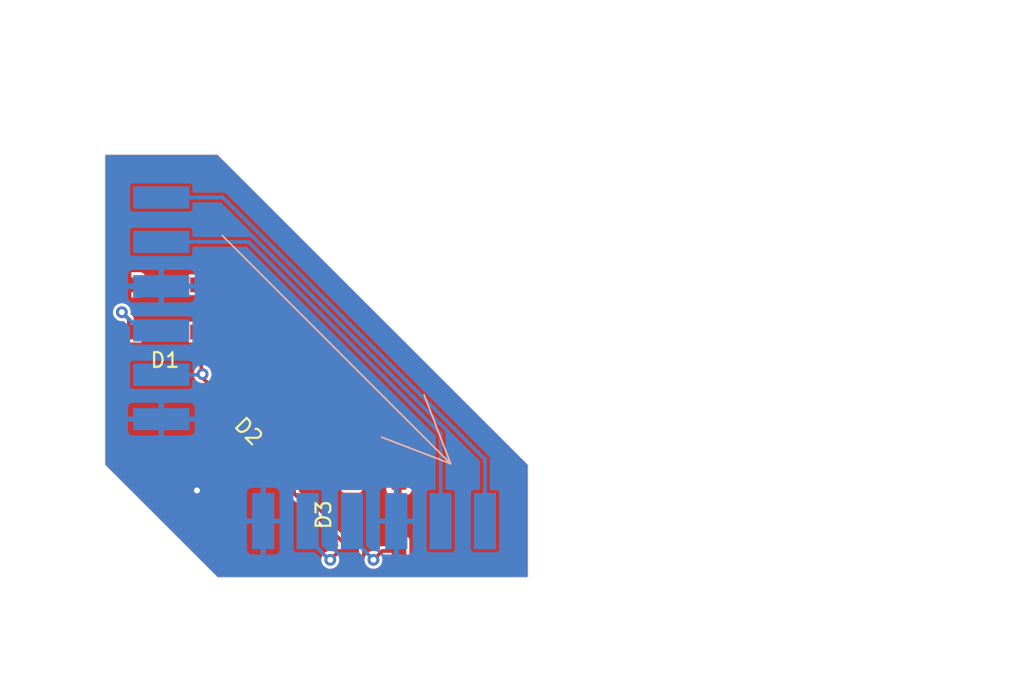
<source format=kicad_pcb>
(kicad_pcb (version 20211014) (generator pcbnew)
  (layers (0 "F.Cu" signal) (31 "B.Cu" signal) (34 "B.Paste" user) (35 "F.Paste" user) (36 "B.SilkS" user "B.Silkscreen") (37 "F.SilkS" user "F.Silkscreen") (38 "B.Mask" user) (39 "F.Mask" user) (44 "Edge.Cuts" user))
  (net 0 "")
  (net 1 "+5V")
  (net 2 "GND")
  (net 3 "Net-(CN1-Pad2)")
  (net 4 "Net-(CN2-Pad3)")
  (net 5 "Net-(D1-Pad2)")
  (net 6 "Net-(D2-Pad2)")
  (net 7 "Net-(D3-Pad2)")
  (net 8 "Net-(CN1-Pad1)")
  (footprint "LED_SMD:LED_WS2812B_PLCC4_5.0x5.0mm_P3.2mm" (layer "F.Cu") (at 126.492 107.95 180)
    (fp_text reference "D1" (at 0 -3.5) (layer "F.SilkS"))
    (fp_text value "WS2812B")
    (pad "1" smd rect (at -2.45 -1.6 180) (size 1.5 1) (layers "F.Cu" "F.Paste" "F.Mask") (net 1 "+5V"))
    (pad "2" smd rect (at -2.45 1.6 180) (size 1.5 1) (layers "F.Cu" "F.Paste" "F.Mask") (net 5 "Net-(D1-Pad2)"))
    (pad "3" smd rect (at 2.45 1.6 180) (size 1.5 1) (layers "F.Cu" "F.Paste" "F.Mask") (net 2 "GND"))
    (pad "4" smd rect (at 2.45 -1.6 180) (size 1.5 1) (layers "F.Cu" "F.Paste" "F.Mask") (net 4 "Net-(CN2-Pad3)"))
  )
  (footprint "LED_SMD:LED_WS2812B_PLCC4_5.0x5.0mm_P3.2mm" (layer "F.Cu") (at 134.62 113.792 135)
    (fp_text reference "D2" (at 0 -3.5 135) (layer "F.SilkS"))
    (fp_text value "WS2812B")
    (pad "1" smd rect (at -2.45 -1.6 135) (size 1.5 1) (layers "F.Cu" "F.Paste" "F.Mask") (net 1 "+5V"))
    (pad "2" smd rect (at -2.45 1.6 135) (size 1.5 1) (layers "F.Cu" "F.Paste" "F.Mask") (net 6 "Net-(D2-Pad2)"))
    (pad "3" smd rect (at 2.45 1.6 135) (size 1.5 1) (layers "F.Cu" "F.Paste" "F.Mask") (net 2 "GND"))
    (pad "4" smd rect (at 2.45 -1.6 135) (size 1.5 1) (layers "F.Cu" "F.Paste" "F.Mask") (net 5 "Net-(D1-Pad2)"))
  )
  (footprint "LED_SMD:LED_WS2812B_PLCC4_5.0x5.0mm_P3.2mm" (layer "F.Cu") (at 140.716 121.92 90)
    (fp_text reference "D3" (at 0 -3.5 90) (layer "F.SilkS"))
    (fp_text value "WS2812B")
    (pad "1" smd rect (at -2.45 -1.6 90) (size 1.5 1) (layers "F.Cu" "F.Paste" "F.Mask") (net 1 "+5V"))
    (pad "2" smd rect (at -2.45 1.6 90) (size 1.5 1) (layers "F.Cu" "F.Paste" "F.Mask") (net 7 "Net-(D3-Pad2)"))
    (pad "3" smd rect (at 2.45 1.6 90) (size 1.5 1) (layers "F.Cu" "F.Paste" "F.Mask") (net 2 "GND"))
    (pad "4" smd rect (at 2.45 -1.6 90) (size 1.5 1) (layers "F.Cu" "F.Paste" "F.Mask") (net 6 "Net-(D2-Pad2)"))
  )
  (footprint "Adafruit NeoPixel 8 Stick:1X4-SMT" (layer "B.Cu") (at 126.873 107.442 90)
    (fp_text reference "CN2" hide)
    (fp_text value "1X4SMT" hide)
    (pad "1" smd rect (at -8 -0.635 90) (size 1.5 3.8) (layers "B.Cu" "B.Paste" "B.Mask") (net 2 "GND"))
    (pad "2" smd rect (at -5 -0.635 90) (size 1.5 3.8) (layers "B.Cu" "B.Paste" "B.Mask") (net 1 "+5V"))
    (pad "3" smd rect (at -2 -0.635 90) (size 1.5 3.8) (layers "B.Cu" "B.Paste" "B.Mask") (net 4 "Net-(CN2-Pad3)"))
    (pad "4" smd rect (at 1 -0.635 90) (size 1.5 3.8) (layers "B.Cu" "B.Paste" "B.Mask") (net 2 "GND"))
    (pad "5" smd rect (at 4 -0.635 90) (size 1.5 3.8) (layers "B.Cu" "B.Paste" "B.Mask") (net 3 "Net-(CN1-Pad2)"))
    (pad "6" smd rect (at 7 -0.635 90) (size 1.5 3.8) (layers "B.Cu" "B.Paste" "B.Mask") (net 8 "Net-(CN1-Pad1)"))
  )
  (footprint "Adafruit NeoPixel 8 Stick:1X4-SMT" (layer "B.Cu") (at 140.134 121.711 180)
    (fp_text reference "CN1" hide)
    (fp_text value "1X4SMT" hide)
    (pad "1" smd rect (at -8 -0.635 180) (size 1.5 3.8) (layers "B.Cu" "B.Paste" "B.Mask") (net 8 "Net-(CN1-Pad1)"))
    (pad "2" smd rect (at -5 -0.635 180) (size 1.5 3.8) (layers "B.Cu" "B.Paste" "B.Mask") (net 3 "Net-(CN1-Pad2)"))
    (pad "3" smd rect (at -2 -0.635 180) (size 1.5 3.8) (layers "B.Cu" "B.Paste" "B.Mask") (net 2 "GND"))
    (pad "4" smd rect (at 1 -0.635 180) (size 1.5 3.8) (layers "B.Cu" "B.Paste" "B.Mask") (net 7 "Net-(D3-Pad2)"))
    (pad "5" smd rect (at 4 -0.635 180) (size 1.5 3.8) (layers "B.Cu" "B.Paste" "B.Mask") (net 1 "+5V"))
    (pad "6" smd rect (at 7 -0.635 180) (size 1.5 3.8) (layers "B.Cu" "B.Paste" "B.Mask") (net 2 "GND"))
  )
  (gr_line (start 145.814051 118.461733) (end 144.018 113.792) (layer "B.SilkS") (width 0.12))
  (gr_line (start 145.814051 118.461733) (end 141.144318 116.665682) (layer "B.SilkS") (width 0.12))
  (gr_line (start 130.368011 103.015693) (end 145.814051 118.461733) (layer "B.SilkS") (width 0.12))
  (gr_line (start 151.048 126.156) (end 130.048 126.155999) (layer "Edge.Cuts") (width 0.05))
  (gr_line (start 122.428 97.536) (end 122.428 118.536) (layer "Edge.Cuts") (width 0.05))
  (gr_line (start 151.048 118.535998) (end 151.048 126.156) (layer "Edge.Cuts") (width 0.05))
  (gr_line (start 122.428 97.536) (end 130.048 97.536) (layer "Edge.Cuts") (width 0.05))
  (gr_line (start 122.428 118.536) (end 130.048 126.155999) (layer "Edge.Cuts") (width 0.05))
  (gr_line (start 130.048 97.536) (end 151.048 118.535998) (layer "Edge.Cuts") (width 0.05))
  (segment (start 133.038782 116.655782) (end 129.032 112.649) (width 0.25) (layer "F.Cu") (net 1))
  (segment (start 129.032 112.649) (end 129.032 112.395) (width 0.25) (layer "F.Cu") (net 1))
  (segment (start 135.221041 116.655782) (end 133.038782 116.655782) (width 0.25) (layer "F.Cu") (net 1))
  (segment (start 139.116 124.37) (end 138.266 124.37) (width 0.25) (layer "F.Cu") (net 1))
  (segment (start 128.942 112.305) (end 129.032 112.395) (width 0.25) (layer "F.Cu") (net 1))
  (segment (start 128.942 109.55) (end 128.942 112.305) (width 0.25) (layer "F.Cu") (net 1))
  (segment (start 135.221041 120.475041) (end 139.116 124.37) (width 0.25) (layer "F.Cu") (net 1))
  (segment (start 138.266 124.37) (end 137.668 124.968) (width 0.25) (layer "F.Cu") (net 1))
  (segment (start 135.221041 116.655782) (end 135.221041 120.475041) (width 0.25) (layer "F.Cu") (net 1))
  (via (at 129.032 112.395) (size 0.8) (drill 0.4) (layers "F.Cu" "B.Cu") (net 1))
  (via (at 137.668 124.968) (size 0.8) (drill 0.4) (layers "F.Cu" "B.Cu") (net 1))
  (segment (start 136.134 123.496) (end 136.134 122.346) (width 0.25) (layer "B.Cu") (net 1))
  (segment (start 128.985 112.442) (end 129.032 112.395) (width 0.25) (layer "B.Cu") (net 1))
  (segment (start 137.606 124.968) (end 136.134 123.496) (width 0.25) (layer "B.Cu") (net 1))
  (segment (start 126.238 112.442) (end 128.985 112.442) (width 0.25) (layer "B.Cu") (net 1))
  (via (at 128.651 120.269) (size 0.8) (drill 0.4) (layers "F.Cu" "B.Cu") (net 2))
  (segment (start 145.134 116.432) (end 145.134 122.346) (width 0.25) (layer "B.Cu") (net 3))
  (segment (start 132.144 103.442) (end 145.134 116.432) (width 0.25) (layer "B.Cu") (net 3))
  (segment (start 126.238 103.442) (end 132.144 103.442) (width 0.25) (layer "B.Cu") (net 3))
  (segment (start 124.042 109.55) (end 124.042 108.675) (width 0.25) (layer "F.Cu") (net 4))
  (segment (start 124.042 108.675) (end 123.571 108.204) (width 0.25) (layer "F.Cu") (net 4))
  (via (at 123.571 108.204) (size 0.8) (drill 0.4) (layers "F.Cu" "B.Cu") (net 4))
  (segment (start 126.238 109.442) (end 124.809 109.442) (width 0.25) (layer "B.Cu") (net 4))
  (segment (start 124.809 109.442) (end 123.571 108.204) (width 0.25) (layer "B.Cu") (net 4))
  (segment (start 131.756218 109.914218) (end 131.756218 113.190959) (width 0.25) (layer "F.Cu") (net 5))
  (segment (start 128.942 106.35) (end 128.942 107.1) (width 0.25) (layer "F.Cu") (net 5))
  (segment (start 128.942 107.1) (end 131.756218 109.914218) (width 0.25) (layer "F.Cu") (net 5))
  (segment (start 137.483782 114.393041) (end 139.116 116.025259) (width 0.25) (layer "F.Cu") (net 6))
  (segment (start 139.116 116.025259) (end 139.116 119.47) (width 0.25) (layer "F.Cu") (net 6))
  (segment (start 142.316 124.37) (end 141.187 124.37) (width 0.25) (layer "F.Cu") (net 7))
  (segment (start 141.187 124.37) (end 140.589 124.968) (width 0.25) (layer "F.Cu") (net 7))
  (via (at 140.589 124.968) (size 0.8) (drill 0.4) (layers "F.Cu" "B.Cu") (net 7))
  (segment (start 140.606 124.968) (end 139.134 123.496) (width 0.25) (layer "B.Cu") (net 7))
  (segment (start 139.134 123.496) (end 139.134 122.346) (width 0.25) (layer "B.Cu") (net 7))
  (segment (start 148.134 118.162) (end 148.134 122.346) (width 0.25) (layer "B.Cu") (net 8))
  (segment (start 126.238 100.442) (end 130.414 100.442) (width 0.25) (layer "B.Cu") (net 8))
  (segment (start 130.414 100.442) (end 148.134 118.162) (width 0.25) (layer "B.Cu") (net 8))
  (zone (net 2) (net_name "GND") (layers F&B.Cu) (priority 6) (connect_pads (clearance 0.000001)) (min_thickness 0.1524) (fill yes (thermal_gap 0.3548) (thermal_bridge_width 0.3548))
    (polygon (pts (xy 184.5945 133.096) (xy 115.3287 133.096) (xy 115.3287 87.0712) (xy 184.5945 87.0712)))
  )
)
</source>
